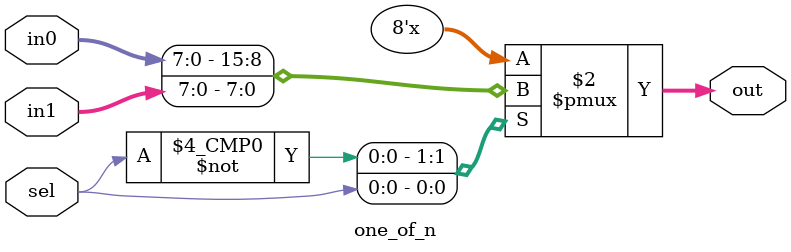
<source format=v>
/*
Copyright (c) 2015 Princeton University
All rights reserved.

Redistribution and use in source and binary forms, with or without
modification, are permitted provided that the following conditions are met:
    * Redistributions of source code must retain the above copyright
      notice, this list of conditions and the following disclaimer.
    * Redistributions in binary form must reproduce the above copyright
      notice, this list of conditions and the following disclaimer in the
      documentation and/or other materials provided with the distribution.
    * Neither the name of Princeton University nor the
      names of its contributors may be used to endorse or promote products
      derived from this software without specific prior written permission.

THIS SOFTWARE IS PROVIDED BY PRINCETON UNIVERSITY "AS IS" AND
ANY EXPRESS OR IMPLIED WARRANTIES, INCLUDING, BUT NOT LIMITED TO, THE IMPLIED
WARRANTIES OF MERCHANTABILITY AND FITNESS FOR A PARTICULAR PURPOSE ARE
DISCLAIMED. IN NO EVENT SHALL PRINCETON UNIVERSITY BE LIABLE FOR ANY
DIRECT, INDIRECT, INCIDENTAL, SPECIAL, EXEMPLARY, OR CONSEQUENTIAL DAMAGES
(INCLUDING, BUT NOT LIMITED TO, PROCUREMENT OF SUBSTITUTE GOODS OR SERVICES;
LOSS OF USE, DATA, OR PROFITS; OR BUSINESS INTERRUPTION) HOWEVER CAUSED AND
ON ANY THEORY OF LIABILITY, WHETHER IN CONTRACT, STRICT LIABILITY, OR TORT
(INCLUDING NEGLIGENCE OR OTHERWISE) ARISING IN ANY WAY OUT OF THE USE OF THIS
SOFTWARE, EVEN IF ADVISED OF THE POSSIBILITY OF SUCH DAMAGE.
*/

module one_of_n(
  
  in0,
  in1,

  sel,
  out);
    parameter WIDTH = 8;
    parameter BHC = 10;
    input [0:0] sel;
    input [WIDTH-1:0] in0,in1;

    output reg [WIDTH-1:0] out;
    always@(*)
    begin
        case(sel)
        
            1'd0:out=in0;
            1'd1:out=in1;

            default:; // indicates null
        endcase
    end
endmodule



</source>
